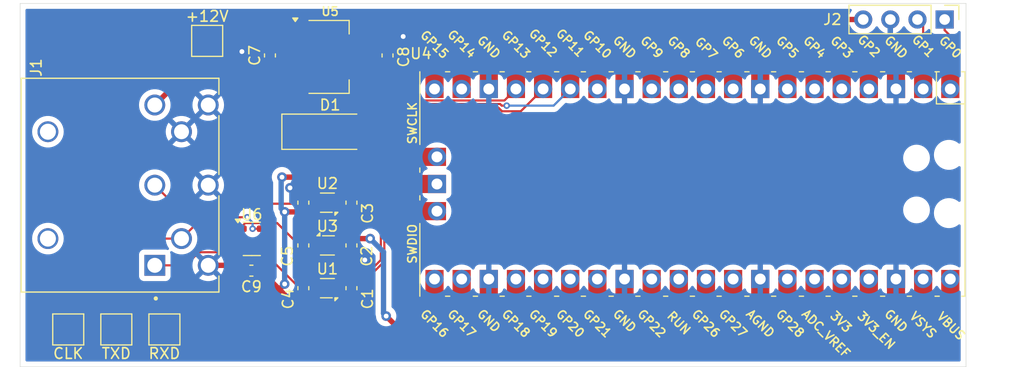
<source format=kicad_pcb>
(kicad_pcb (version 20240108) (generator "pcbnew") (generator_version "8.0")
  (layers (0 "F.Cu" signal) (31 "B.Cu" signal) (34 "B.Paste" user) (35 "F.Paste" user) (36 "B.SilkS" user "B.Silkscreen") (37 "F.SilkS" user "F.Silkscreen") (38 "B.Mask" user) (39 "F.Mask" user) (44 "Edge.Cuts" user))
  (net 0 "")
  (net 1 "GND")
  (net 2 "/RXD")
  (net 3 "/TXD")
  (net 4 "/CLK")
  (net 5 "+12V")
  (net 6 "+5V")
  (net 7 "/UART_RX")
  (net 8 "/UART_TX")
  (net 9 "+3V3")
  (net 10 "/SIN")
  (net 11 "/SCLK")
  (net 12 "/SOUT")
  (net 67 "Net-(U1-B)")
  (net 68 "Net-(U3-A)")
  (footprint "Package_TO_SOT_SMD:SOT-223-3_TabPin2" (layer "F.Cu") (at 146.875 89)
    (property "Reference" "U5" (at 0.125 -4.25 0) (layer "F.SilkS") (effects (font (size 0.8 0.8))))
    (property "Value" "LM1117MP-5.0" (hide yes))
    (pad "1" smd roundrect (at -3.15 -2.3) (size 2 1.5) (layers "F.Cu" "F.Paste" "F.Mask") (net 1 "GND"))
    (pad "2" smd roundrect (at -3.15 0) (size 2 1.5) (layers "F.Cu" "F.Paste" "F.Mask") (net 6 "+5V"))
    (pad "2" smd roundrect (at 3.15 0) (size 2 3.8) (layers "F.Cu" "F.Paste" "F.Mask") (net 6 "+5V"))
    (pad "3" smd roundrect (at -3.15 2.3) (size 2 1.5) (layers "F.Cu" "F.Paste" "F.Mask") (net 5 "+12V"))
  )
  (footprint "Capacitor_SMD:C_0603_1608Metric_Pad1.08x0.95mm_HandSolder" (layer "F.Cu") (at 149 102.6375 90)
    (property "Reference" "C3" (at -1 1.5 -90) (layer "F.SilkS"))
    (property "Value" "0.1uf" (hide yes))
    (pad "1" smd roundrect (at -0.8625 0 90) (size 1.075 0.95) (layers "F.Cu" "F.Paste" "F.Mask") (net 9 "+3V3"))
    (pad "2" smd roundrect (at 0.8625 0 90) (size 1.075 0.95) (layers "F.Cu" "F.Paste" "F.Mask") (net 1 "GND"))
  )
  (footprint "Capacitor_SMD:C_0603_1608Metric_Pad1.08x0.95mm_HandSolder" (layer "F.Cu") (at 149 106.6375 -90)
    (property "Reference" "C2" (at 1 -1.43 90) (layer "F.SilkS"))
    (property "Value" "0.1uf" (hide yes))
    (pad "1" smd roundrect (at -0.8625 0 270) (size 1.075 0.95) (layers "F.Cu" "F.Paste" "F.Mask") (net 9 "+3V3"))
    (pad "2" smd roundrect (at 0.8625 0 270) (size 1.075 0.95) (layers "F.Cu" "F.Paste" "F.Mask") (net 1 "GND"))
  )
  (footprint "Package_TO_SOT_SMD:SOT-563" (layer "F.Cu") (at 146.75 106.6375)
    (property "Reference" "U3" (at 0 -1.8 0) (layer "F.SilkS"))
    (property "Value" "SN74LVC1T45DRL" (hide yes))
    (pad "1" smd roundrect (at -0.75 -0.5) (size 0.7 0.34) (layers "F.Cu" "F.Paste" "F.Mask") (net 6 "+5V"))
    (pad "2" smd roundrect (at -0.75 0) (size 0.7 0.34) (layers "F.Cu" "F.Paste" "F.Mask") (net 1 "GND"))
    (pad "3" smd roundrect (at -0.75 0.5) (size 0.7 0.34) (layers "F.Cu" "F.Paste" "F.Mask") (net 68 "Net-(U3-A)"))
    (pad "4" smd roundrect (at 0.75 0.5) (size 0.7 0.34) (layers "F.Cu" "F.Paste" "F.Mask") (net 12 "/SOUT"))
    (pad "5" smd roundrect (at 0.75 0) (size 0.7 0.34) (layers "F.Cu" "F.Paste" "F.Mask") (net 1 "GND"))
    (pad "6" smd roundrect (at 0.75 -0.5) (size 0.7 0.34) (layers "F.Cu" "F.Paste" "F.Mask") (net 9 "+3V3"))
  )
  (footprint "TestPoint:TestPoint_Pad_2.5x2.5mm" (layer "F.Cu") (at 135.5 87.5)
    (property "Reference" "TP1" (hide yes))
    (property "Value" "+12V" (at 0 -2.3 0) (layer "F.SilkS"))
    (pad "1" smd rect (at 0 0) (size 2.5 2.5) (layers "F.Cu" "F.Mask") (net 5 "+12V"))
  )
  (footprint "Capacitor_SMD:C_0603_1608Metric_Pad1.08x0.95mm_HandSolder" (layer "F.Cu") (at 144.5 102.6375 90)
    (property "Reference" "C6" (hide yes))
    (property "Value" "0.1uf" (hide yes))
    (pad "1" smd roundrect (at -0.8625 0 90) (size 1.075 0.95) (layers "F.Cu" "F.Paste" "F.Mask") (net 6 "+5V"))
    (pad "2" smd roundrect (at 0.8625 0 90) (size 1.075 0.95) (layers "F.Cu" "F.Paste" "F.Mask") (net 1 "GND"))
  )
  (footprint "TestPoint:TestPoint_Pad_2.5x2.5mm" (layer "F.Cu") (at 127 114.5)
    (property "Reference" "TP4" (hide yes))
    (property "Value" "TXD" (at 0 2.25 0) (layer "F.SilkS"))
    (pad "1" smd rect (at 0 0) (size 2.5 2.5) (layers "F.Cu" "F.Mask") (net 3 "/TXD"))
  )
  (footprint "Capacitor_SMD:C_0603_1608Metric_Pad1.08x0.95mm_HandSolder" (layer "F.Cu") (at 152.375 88.8625 90)
    (property "Reference" "C8" (at -0.1375 1.5 -90) (layer "F.SilkS"))
    (property "Value" "2.2uf" (hide yes))
    (pad "1" smd roundrect (at -0.8625 0 90) (size 1.075 0.95) (layers "F.Cu" "F.Paste" "F.Mask") (net 6 "+5V"))
    (pad "2" smd roundrect (at 0.8625 0 90) (size 1.075 0.95) (layers "F.Cu" "F.Paste" "F.Mask") (net 1 "GND"))
  )
  (footprint "Capacitor_SMD:C_0603_1608Metric_Pad1.08x0.95mm_HandSolder" (layer "F.Cu") (at 144.5 106.6375 -90)
    (property "Reference" "C5" (at 1 1.5 90) (layer "F.SilkS"))
    (property "Value" "0.1uf" (hide yes))
    (pad "1" smd roundrect (at -0.8625 0 270) (size 1.075 0.95) (layers "F.Cu" "F.Paste" "F.Mask") (net 6 "+5V"))
    (pad "2" smd roundrect (at 0.8625 0 270) (size 1.075 0.95) (layers "F.Cu" "F.Paste" "F.Mask") (net 1 "GND"))
  )
  (footprint "Capacitor_SMD:C_0603_1608Metric_Pad1.08x0.95mm_HandSolder" (layer "F.Cu") (at 144.5 110.6375 90)
    (property "Reference" "C4" (at -1 -1.43 -90) (layer "F.SilkS"))
    (property "Value" "0.1uf" (hide yes))
    (pad "1" smd roundrect (at -0.8625 0 90) (size 1.075 0.95) (layers "F.Cu" "F.Paste" "F.Mask") (net 6 "+5V"))
    (pad "2" smd roundrect (at 0.8625 0 90) (size 1.075 0.95) (layers "F.Cu" "F.Paste" "F.Mask") (net 1 "GND"))
  )
  (footprint "TestPoint:TestPoint_Pad_2.5x2.5mm" (layer "F.Cu") (at 131.5 114.5)
    (property "Reference" "TP3" (hide yes))
    (property "Value" "RXD" (at 0 2.25 0) (layer "F.SilkS"))
    (pad "1" smd rect (at 0 0) (size 2.5 2.5) (layers "F.Cu" "F.Mask") (net 2 "/RXD"))
  )
  (footprint "Package_TO_SOT_SMD:SOT-563" (layer "F.Cu") (at 146.75 110.6375 180)
    (property "Reference" "U1" (at 0 1.8 180) (layer "F.SilkS"))
    (property "Value" "SN74LVC1T45DRL" (hide yes))
    (pad "1" smd roundrect (at -0.75 -0.5 180) (size 0.7 0.34) (layers "F.Cu" "F.Paste" "F.Mask") (net 9 "+3V3"))
    (pad "2" smd roundrect (at -0.75 0 180) (size 0.7 0.34) (layers "F.Cu" "F.Paste" "F.Mask") (net 1 "GND"))
    (pad "3" smd roundrect (at -0.75 0.5 180) (size 0.7 0.34) (layers "F.Cu" "F.Paste" "F.Mask") (net 10 "/SIN"))
    (pad "4" smd roundrect (at 0.75 0.5 180) (size 0.7 0.34) (layers "F.Cu" "F.Paste" "F.Mask") (net 67 "Net-(U1-B)"))
    (pad "5" smd roundrect (at 0.75 0 180) (size 0.7 0.34) (layers "F.Cu" "F.Paste" "F.Mask") (net 1 "GND"))
    (pad "6" smd roundrect (at 0.75 -0.5 180) (size 0.7 0.34) (layers "F.Cu" "F.Paste" "F.Mask") (net 6 "+5V"))
  )
  (footprint "MCU_RaspberryPi_and_Boards:8DIN262" (layer "F.Cu") (at 125.6 101 -90)
    (property "Reference" "J1" (at -11 6.1 90) (layer "F.SilkS"))
    (property "Value" "DIN-8")
    (pad "1" thru_hole rect (at 7.5 -5 270) (size 1.95 1.95) (drill 1.4) (layers "*.Cu" "*.Mask") (net 2 "/RXD"))
    (pad "2" thru_hole circle (at 0 -5 270) (size 1.95 1.95) (drill 1.4) (layers "*.Cu" "*.Mask") (net 4 "/CLK"))
    (pad "3" thru_hole circle (at -7.5 -5 270) (size 1.95 1.95) (drill 1.4) (layers "*.Cu" "*.Mask") (net 5 "+12V"))
    (pad "4" thru_hole circle (at 5 -7.5 270) (size 1.95 1.95) (drill 1.4) (layers "*.Cu" "*.Mask") (net 3 "/TXD"))
    (pad "5" thru_hole circle (at -5 -7.5 270) (size 1.95 1.95) (drill 1.4) (layers "*.Cu" "*.Mask") (net 1 "GND"))
    (pad "6" thru_hole circle (at 0 -10 270) (size 1.95 1.95) (drill 1.4) (layers "*.Cu" "*.Mask") (net 1 "GND"))
    (pad "7" thru_hole circle (at 7.5 -10 270) (size 1.95 1.95) (drill 1.4) (layers "*.Cu" "*.Mask") (net 1 "GND"))
    (pad "8" thru_hole circle (at -7.5 -10 270) (size 1.95 1.95) (drill 1.4) (layers "*.Cu" "*.Mask") (net 1 "GND"))
    (pad "E1" thru_hole circle (at -5 5 270) (size 1.95 1.95) (drill 1.5) (layers "*.Cu" "*.Mask"))
    (pad "E2" thru_hole circle (at 5 5 270) (size 1.95 1.95) (drill 1.5) (layers "*.Cu" "*.Mask"))
  )
  (footprint "Capacitor_SMD:C_0603_1608Metric_Pad1.08x0.95mm_HandSolder" (layer "F.Cu") (at 139.6375 109 180)
    (property "Reference" "C9" (at 0 -1.5 180) (layer "F.SilkS"))
    (property "Value" "0.1uf" (hide yes))
    (pad "1" smd roundrect (at -0.8625 0 180) (size 1.075 0.95) (layers "F.Cu" "F.Paste" "F.Mask") (net 6 "+5V"))
    (pad "2" smd roundrect (at 0.8625 0 180) (size 1.075 0.95) (layers "F.Cu" "F.Paste" "F.Mask") (net 1 "GND"))
  )
  (footprint "Diode_SMD:D_SMA_Handsoldering" (layer "F.Cu") (at 147 96)
    (property "Reference" "D1" (at 0 -2.5 0) (layer "F.SilkS"))
    (property "Value" "D_Schottky_Small" (hide yes))
    (pad "1" smd roundrect (at -2.5 0) (size 3.5 1.8) (layers "F.Cu" "F.Paste" "F.Mask") (roundrect_rratio 0.1388888889) (net 5 "+12V"))
    (pad "2" smd roundrect (at 2.5 0) (size 3.5 1.8) (layers "F.Cu" "F.Paste" "F.Mask") (roundrect_rratio 0.1388888889) (net 6 "+5V"))
  )
  (footprint "MCU_RaspberryPi_and_Boards:RPi_Pico_SMD_TH" (layer "F.Cu") (at 180.9 100.89 -90)
    (property "Reference" "U4" (at -12.2 25.4 180) (layer "F.SilkS"))
    (property "Value" "Pico" (hide yes))
    (fp_text user "GP5" (at -12.8 -8.89 135) (layer "F.SilkS") (effects (font (size 0.8 0.8))))
    (fp_text user "GP0" (at -12.8 -24.13 135) (layer "F.SilkS") (effects (font (size 0.8 0.8))))
    (fp_text user "GP2" (at -12.9 -16.51 135) (layer "F.SilkS") (effects (font (size 0.8 0.8))))
    (fp_text user "SWDIO" (at 5.6 26.2 90) (layer "F.SilkS") (effects (font (size 0.8 0.8))))
    (fp_text user "GP13" (at -13.054 16.51 135) (layer "F.SilkS") (effects (font (size 0.8 0.8))))
    (fp_text user "GP9" (at -12.8 3.81 135) (layer "F.SilkS") (effects (font (size 0.8 0.8))))
    (fp_text user "GND" (at -12.8 -19.05 135) (layer "F.SilkS") (effects (font (size 0.8 0.8))))
    (fp_text user "GP20" (at 13.054 11.43 135) (layer "F.SilkS") (effects (font (size 0.8 0.8))))
    (fp_text user "GP3" (at -12.8 -13.97 135) (layer "F.SilkS") (effects (font (size 0.8 0.8))))
    (fp_text user "GP12" (at -13.2 13.97 135) (layer "F.SilkS") (effects (font (size 0.8 0.8))))
    (fp_text user "VSYS" (at 13.2 -21.59 135) (layer "F.SilkS") (effects (font (size 0.8 0.8))))
    (fp_text user "3V3_EN" (at 13.7 -17.2 135) (layer "F.SilkS") (effects (font (size 0.8 0.8))))
    (fp_text user "GP26" (at 13.054 -1.27 135) (layer "F.SilkS") (effects (font (size 0.8 0.8))))
    (fp_text user "GP16" (at 13.054 24.13 135) (layer "F.SilkS") (effects (font (size 0.8 0.8))))
    (fp_text user "SWCLK" (at -5.7 26.2 90) (layer "F.SilkS") (effects (font (size 0.8 0.8))))
    (fp_text user "GND" (at -12.8 19.05 135) (layer "F.SilkS") (effects (font (size 0.8 0.8))))
    (fp_text user "GP10" (at -13.054 8.89 135) (layer "F.SilkS") (effects (font (size 0.8 0.8))))
    (fp_text user "GP18" (at 13.054 16.51 135) (layer "F.SilkS") (effects (font (size 0.8 0.8))))
    (fp_text user "GP17" (at 13.054 21.59 135) (layer "F.SilkS") (effects (font (size 0.8 0.8))))
    (fp_text user "GP15" (at -13.054 24.13 135) (layer "F.SilkS") (effects (font (size 0.8 0.8))))
    (fp_text user "GND" (at 12.8 19.05 135) (layer "F.SilkS") (effects (font (size 0.8 0.8))))
    (fp_text user "GP8" (at -12.8 1.27 135) (layer "F.SilkS") (effects (font (size 0.8 0.8))))
    (fp_text user "GP4" (at -12.8 -11.43 135) (layer "F.SilkS") (effects (font (size 0.8 0.8))))
    (fp_text user "GP27" (at 13.054 -3.8 135) (layer "F.SilkS") (effects (font (size 0.8 0.8))))
    (fp_text user "GND" (at 12.8 6.35 135) (layer "F.SilkS") (effects (font (size 0.8 0.8))))
    (fp_text user "GP11" (at -13.2 11.43 135) (layer "F.SilkS") (effects (font (size 0.8 0.8))))
    (fp_text user "GP28" (at 13.054 -9.144 135) (layer "F.SilkS") (effects (font (size 0.8 0.8))))
    (fp_text user "GP14" (at -13.1 21.59 135) (layer "F.SilkS") (effects (font (size 0.8 0.8))))
    (fp_text user "VBUS" (at 13.3 -24.2 135) (layer "F.SilkS") (effects (font (size 0.8 0.8))))
    (fp_text user "RUN" (at 13 1.27 135) (layer "F.SilkS") (effects (font (size 0.8 0.8))))
    (fp_text user "AGND" (at 13.054 -6.35 135) (layer "F.SilkS") (effects (font (size 0.8 0.8))))
    (fp_text user "GND" (at -12.8 6.35 135) (layer "F.SilkS") (effects (font (size 0.8 0.8))))
    (fp_text user "GP22" (at 13.054 3.81 135) (layer "F.SilkS") (effects (font (size 0.8 0.8))))
    (fp_text user "GP6" (at -12.8 -3.81 135) (layer "F.SilkS") (effects (font (size 0.8 0.8))))
    (fp_text user "GND" (at 12.8 -19.05 135) (layer "F.SilkS") (effects (font (size 0.8 0.8))))
    (fp_text user "3V3" (at 12.9 -13.9 135) (layer "F.SilkS") (effects (font (size 0.8 0.8))))
    (fp_text user "GP1" (at -12.9 -21.6 135) (layer "F.SilkS") (effects (font (size 0.8 0.8))))
    (fp_text user "GP21" (at 13.054 8.9 135) (layer "F.SilkS") (effects (font (size 0.8 0.8))))
    (fp_text user "GP7" (at -12.7 -1.3 135) (layer "F.SilkS") (effects (font (size 0.8 0.8))))
    (fp_text user "GND" (at -12.8 -6.35 135) (layer "F.SilkS") (effects (font (size 0.8 0.8))))
    (fp_text user "ADC_VREF" (at 14 -12.5 135) (layer "F.SilkS") (effects (font (size 0.8 0.8))))
    (fp_text user "GP19" (at 13.054 13.97 135) (layer "F.SilkS") (effects (font (size 0.8 0.8))))
    (pad "" np_thru_hole oval (at -2.725 -24 270) (size 1.8 1.8) (drill 1.8) (layers "*.Cu" "*.Mask"))
    (pad "" np_thru_hole oval (at -2.425 -20.97 270) (size 1.5 1.5) (drill 1.5) (layers "*.Cu" "*.Mask"))
    (pad "" np_thru_hole oval (at 2.425 -20.97 270) (size 1.5 1.5) (drill 1.5) (layers "*.Cu" "*.Mask"))
    (pad "" np_thru_hole oval (at 2.725 -24 270) (size 1.8 1.8) (drill 1.8) (layers "*.Cu" "*.Mask"))
    (pad "1" thru_hole oval (at -8.89 -24.13 270) (size 1.7 1.7) (drill 1.02) (layers "*.Cu" "*.Mask") (net 8 "/UART_TX"))
    (pad "1" smd rect (at -8.89 -24.13 270) (size 3.5 1.7) (drill (offset -0.9 0)) (layers "F.Cu" "F.Mask") (net 8 "/UART_TX"))
    (pad "2" thru_hole oval (at -8.89 -21.59 270) (size 1.7 1.7) (drill 1.02) (layers "*.Cu" "*.Mask") (net 7 "/UART_RX"))
    (pad "2" smd rect (at -8.89 -21.59 270) (size 3.5 1.7) (drill (offset -0.9 0)) (layers "F.Cu" "F.Mask") (net 7 "/UART_RX"))
    (pad "3" thru_hole rect (at -8.89 -19.05 270) (size 1.7 1.7) (drill 1.02) (layers "*.Cu" "*.Mask") (net 1 "GND"))
    (pad "3" smd rect (at -8.89 -19.05 270) (size 3.5 1.7) (drill (offset -0.9 0)) (layers "F.Cu" "F.Mask") (net 1 "GND"))
    (pad "4" thru_hole oval (at -8.89 -16.51 270) (size 1.7 1.7) (drill 1.02) (layers "*.Cu" "*.Mask"))
    (pad "4" smd rect (at -8.89 -16.51 270) (size 3.5 1.7) (drill (offset -0.9 0)) (layers "F.Cu" "F.Mask"))
    (pad "5" thru_hole oval (at -8.89 -13.97 270) (size 1.7 1.7) (drill 1.02) (layers "*.Cu" "*.Mask"))
    (pad "5" smd rect (at -8.89 -13.97 270) (size 3.5 1.7) (drill (offset -0.9 0)) (layers "F.Cu" "F.Mask"))
    (pad "6" thru_hole oval (at -8.89 -11.43 270) (size 1.7 1.7) (drill 1.02) (layers "*.Cu" "*.Mask"))
    (pad "6" smd rect (at -8.89 -11.43 270) (size 3.5 1.7) (drill (offset -0.9 0)) (layers "F.Cu" "F.Mask"))
    (pad "7" thru_hole oval (at -8.89 -8.89 270) (size 1.7 1.7) (drill 1.02) (layers "*.Cu" "*.Mask"))
    (pad "7" smd rect (at -8.89 -8.89 270) (size 3.5 1.7) (drill (offset -0.9 0)) (layers "F.Cu" "F.Mask"))
    (pad "8" thru_hole rect (at -8.89 -6.35 270) (size 1.7 1.7) (drill 1.02) (layers "*.Cu" "*.Mask") (net 1 "GND"))
    (pad "8" smd rect (at -8.89 -6.35 270) (size 3.5 1.7) (drill (offset -0.9 0)) (layers "F.Cu" "F.Mask") (net 1 "GND"))
    (pad "9" thru_hole oval (at -8.89 -3.81 270) (size 1.7 1.7) (drill 1.02) (layers "*.Cu" "*.Mask"))
    (pad "9" smd rect (at -8.89 -3.81 270) (size 3.5 1.7) (drill (offset -0.9 0)) (layers "F.Cu" "F.Mask"))
    (pad "10" thru_hole oval (at -8.89 -1.27 270) (size 1.7 1.7) (drill 1.02) (layers "*.Cu" "*.Mask"))
    (pad "10" smd rect (at -8.89 -1.27 270) (size 3.5 1.7) (drill (offset -0.9 0)) (layers "F.Cu" "F.Mask"))
    (pad "11" thru_hole oval (at -8.89 1.27 270) (size 1.7 1.7) (drill 1.02) (layers "*.Cu" "*.Mask"))
    (pad "11" smd rect (at -8.89 1.27 270) (size 3.5 1.7) (drill (offset -0.9 0)) (layers "F.Cu" "F.Mask"))
    (pad "12" thru_hole oval (at -8.89 3.81 270) (size 1.7 1.7) (drill 1.02) (layers "*.Cu" "*.Mask"))
    (pad "12" smd rect (at -8.89 3.81 270) (size 3.5 1.7) (drill (offset -0.9 0)) (layers "F.Cu" "F.Mask"))
    (pad "13" thru_hole rect (at -8.89 6.35 270) (size 1.7 1.7) (drill 1.02) (layers "*.Cu" "*.Mask") (net 1 "GND"))
    (pad "13" smd rect (at -8.89 6.35 270) (size 3.5 1.7) (drill (offset -0.9 0)) (layers "F.Cu" "F.Mask") (net 1 "GND"))
    (pad "14" thru_hole oval (at -8.89 8.89 270) (size 1.7 1.7) (drill 1.02) (layers "*.Cu" "*.Mask"))
    (pad "14" smd rect (at -8.89 8.89 270) (size 3.5 1.7) (drill (offset -0.9 0)) (layers "F.Cu" "F.Mask"))
    (pad "15" thru_hole oval (at -8.89 11.43 270) (size 1.7 1.7) (drill 1.02) (layers "*.Cu" "*.Mask") (net 12 "/SOUT"))
    (pad "15" smd rect (at -8.89 11.43 270) (size 3.5 1.7) (drill (offset -0.9 0)) (layers "F.Cu" "F.Mask") (net 12 "/SOUT"))
    (pad "16" thru_hole oval (at -8.89 13.97 270) (size 1.7 1.7) (drill 1.02) (layers "*.Cu" "*.Mask") (net 10 "/SIN"))
    (pad "16" smd rect (at -8.89 13.97 270) (size 3.5 1.7) (drill (offset -0.9 0)) (layers "F.Cu" "F.Mask") (net 10 "/SIN"))
    (pad "17" thru_hole oval (at -8.89 16.51 270) (size 1.7 1.7) (drill 1.02) (layers "*.Cu" "*.Mask") (net 11 "/SCLK"))
    (pad "17" smd rect (at -8.89 16.51 270) (size 3.5 1.7) (drill (offset -0.9 0)) (layers "F.Cu" "F.Mask") (net 11 "/SCLK"))
    (pad "18" thru_hole rect (at -8.89 19.05 270) (size 1.7 1.7) (drill 1.02) (layers "*.Cu" "*.Mask") (net 1 "GND"))
    (pad "18" smd rect (at -8.89 19.05 270) (size 3.5 1.7) (drill (offset -0.9 0)) (layers "F.Cu" "F.Mask") (net 1 "GND"))
    (pad "19" thru_hole oval (at -8.89 21.59 270) (size 1.7 1.7) (drill 1.02) (layers "*.Cu" "*.Mask"))
    (pad "19" smd rect (at -8.89 21.59 270) (size 3.5 1.7) (drill (offset -0.9 0)) (layers "F.Cu" "F.Mask"))
    (pad "20" thru_hole oval (at -8.89 24.13 270) (size 1.7 1.7) (drill 1.02) (layers "*.Cu" "*.Mask"))
    (pad "20" smd rect (at -8.89 24.13 270) (size 3.5 1.7) (drill (offset -0.9 0)) (layers "F.Cu" "F.Mask"))
    (pad "21" thru_hole oval (at 8.89 24.13 270) (size 1.7 1.7) (drill 1.02) (layers "*.Cu" "*.Mask"))
    (pad "21" smd rect (at 8.89 24.13 270) (size 3.5 1.7) (drill (offset 0.9 0)) (layers "F.Cu" "F.Mask"))
    (pad "22" thru_hole oval (at 8.89 21.59 270) (size 1.7 1.7) (drill 1.02) (layers "*.Cu" "*.Mask"))
    (pad "22" smd rect (at 8.89 21.59 270) (size 3.5 1.7) (drill (offset 0.9 0)) (layers "F.Cu" "F.Mask"))
    (pad "23" thru_hole rect (at 8.89 19.05 270) (size 1.7 1.7) (drill 1.02) (layers "*.Cu" "*.Mask") (net 1 "GND"))
    (pad "23" smd rect (at 8.89 19.05 270) (size 3.5 1.7) (drill (offset 0.9 0)) (layers "F.Cu" "F.Mask") (net 1 "GND"))
    (pad "24" thru_hole oval (at 8.89 16.51 270) (size 1.7 1.7) (drill 1.02) (layers "*.Cu" "*.Mask"))
    (pad "24" smd rect (at 8.89 16.51 270) (size 3.5 1.7) (drill (offset 0.9 0)) (layers "F.Cu" "F.Mask"))
    (pad "25" thru_hole oval (at 8.89 13.97 270) (size 1.7 1.7) (drill 1.02) (layers "*.Cu" "*.Mask"))
    (pad "25" smd rect (at 8.89 13.97 270) (size 3.5 1.7) (drill (offset 0.9 0)) (layers "F.Cu" "F.Mask"))
    (pad "26" thru_hole oval (at 8.89 11.43 270) (size 1.7 1.7) (drill 1.02) (layers "*.Cu" "*.Mask"))
    (pad "26" smd rect (at 8.89 11.43 270) (size 3.5 1.7) (drill (offset 0.9 0)) (layers "F.Cu" "F.Mask"))
    (pad "27" thru_hole oval (at 8.89 8.89 270) (size 1.7 1.7) (drill 1.02) (layers "*.Cu" "*.Mask"))
    (pad "27" smd rect (at 8.89 8.89 270) (size 3.5 1.7) (drill (offset 0.9 0)) (layers "F.Cu" "F.Mask"))
    (pad "28" thru_hole rect (at 8.89 6.35 270) (size 1.7 1.7) (drill 1.02) (layers "*.Cu" "*.Mask") (net 1 "GND"))
    (pad "28" smd rect (at 8.89 6.35 270) (size 3.5 1.7) (drill (offset 0.9 0)) (layers "F.Cu" "F.Mask") (net 1 "GND"))
    (pad "29" thru_hole oval (at 8.89 3.81 270) (size 1.7 1.7) (drill 1.02) (layers "*.Cu" "*.Mask"))
    (pad "29" smd rect (at 8.89 3.81 270) (size 3.5 1.7) (drill (offset 0.9 0)) (layers "F.Cu" "F.Mask"))
    (pad "30" thru_hole oval (at 8.89 1.27 270) (size 1.7 1.7) (drill 1.02) (layers "*.Cu" "*.Mask"))
    (pad "30" smd rect (at 8.89 1.27 270) (size 3.5 1.7) (drill (offset 0.9 0)) (layers "F.Cu" "F.Mask"))
    (pad "31" thru_hole oval (at 8.89 -1.27 270) (size 1.7 1.7) (drill 1.02) (layers "*.Cu" "*.Mask"))
    (pad "31" smd rect (at 8.89 -1.27 270) (size 3.5 1.7) (drill (offset 0.9 0)) (layers "F.Cu" "F.Mask"))
    (pad "32" thru_hole oval (at 8.89 -3.81 270) (size 1.7 1.7) (drill 1.02) (layers "*.Cu" "*.Mask"))
    (pad "32" smd rect (at 8.89 -3.81 270) (size 3.5 1.7) (drill (offset 0.9 0)) (layers "F.Cu" "F.Mask"))
    (pad "33" thru_hole rect (at 8.89 -6.35 270) (size 1.7 1.7) (drill 1.02) (layers "*.Cu" "*.Mask") (net 1 "GND"))
    (pad "33" smd rect (at 8.89 -6.35 270) (size 3.5 1.7) (drill (offset 0.9 0)) (layers "F.Cu" "F.Mask") (net 1 "GND"))
    (pad "34" thru_hole oval (at 8.89 -8.89 270) (size 1.7 1.7) (drill 1.02) (layers "*.Cu" "*.Mask"))
    (pad "34" smd rect (at 8.89 -8.89 270) (size 3.5 1.7) (drill (offset 0.9 0)) (layers "F.Cu" "F.Mask"))
    (pad "35" thru_hole oval (at 8.89 -11.43 270) (size 1.7 1.7) (drill 1.02) (layers "*.Cu" "*.Mask"))
    (pad "35" smd rect (at 8.89 -11.43 270) (size 3.5 1.7) (drill (offset 0.9 0)) (layers "F.Cu" "F.Mask"))
    (pad "36" thru_hole oval (at 8.89 -13.97 270) (size 1.7 1.7) (drill 1.02) (layers "*.Cu" "*.Mask") (net 9 "+3V3"))
    (pad "36" smd rect (at 8.89 -13.97 270) (size 3.5 1.7) (drill (offset 0.9 0)) (layers "F.Cu" "F.Mask") (net 9 "+3V3"))
    (pad "37" thru_hole oval (at 8.89 -16.51 270) (size 1.7 1.7) (drill 1.02) (layers "*.Cu" "*.Mask"))
    (pad "37" smd rect (at 8.89 -16.51 270) (size 3.5 1.7) (drill (offset 0.9 0)) (layers "F.Cu" "F.Mask"))
    (pad "38" thru_hole rect (at 8.89 -19.05 270) (size 1.7 1.7) (drill 1.02) (layers "*.Cu" "*.Mask") (net 1 "GND"))
    (pad "38" smd rect (at 8.89 -19.05 270) (size 3.5 1.7) (drill (offset 0.9 0)) (layers "F.Cu" "F.Mask") (net 1 "GND"))
    (pad "39" thru_hole oval (at 8.89 -21.59 270) (size 1.7 1.7) (drill 1.02) (layers "*.Cu" "*.Mask"))
    (pad "39" smd rect (at 8.89 -21.59 270) (size 3.5 1.7) (drill (offset 0.9 0)) (layers "F.Cu" "F.Mask"))
    (pad "40" thru_hole oval (at 8.89 -24.13 270) (size 1.7 1.7) (drill 1.02) (layers "*.Cu" "*.Mask") (net 6 "+5V"))
    (pad "40" smd rect (at 8.89 -24.13 270) (size 3.5 1.7) (drill (offset 0.9 0)) (layers "F.Cu" "F.Mask") (net 6 "+5V"))
    (pad "41" thru_hole oval (at -2.54 23.9 270) (size 1.7 1.7) (drill 1.02) (layers "*.Cu" "*.Mask"))
    (pad "41" smd rect (at -2.54 23.9) (size 3.5 1.7) (drill (offset -0.9 0)) (layers "F.Cu" "F.Mask"))
    (pad "42" thru_hole rect (at 0 23.9 270) (size 1.7 1.7) (drill 1.02) (layers "*.Cu" "*.Mask"))
    (pad "42" smd rect (at 0 23.9) (size 3.5 1.7) (drill (offset -0.9 0)) (layers "F.Cu" "F.Mask"))
    (pad "43" thru_hole oval (at 2.54 23.9 270) (size 1.7 1.7) (drill 1.02) (layers "*.Cu" "*.Mask"))
    (pad "43" smd rect (at 2.54 23.9) (size 3.5 1.7) (drill (offset -0.9 0)) (layers "F.Cu" "F.Mask"))
  )
  (footprint "Capacitor_SMD:C_0603_1608Metric_Pad1.08x0.95mm_HandSolder" (layer "F.Cu") (at 141.375 88.8625 90)
    (property "Reference" "C7" (at 0 -1.43 -90) (layer "F.SilkS"))
    (property "Value" "1uf" (hide yes))
    (pad "1" smd roundrect (at -0.8625 0 90) (size 1.075 0.95) (layers "F.Cu" "F.Paste" "F.Mask") (net 5 "+12V"))
    (pad "2" smd roundrect (at 0.8625 0 90) (size 1.075 0.95) (layers "F.Cu" "F.Paste" "F.Mask") (net 1 "GND"))
  )
  (footprint "TestPoint:TestPoint_Pad_2.5x2.5mm" (layer "F.Cu") (at 122.5 114.5)
    (property "Reference" "TP2" (hide yes))
    (property "Value" "CLK" (at 0 2.25 0) (layer "F.SilkS"))
    (pad "1" smd rect (at 0 0) (size 2.5 2.5) (layers "F.Cu" "F.Mask") (net 4 "/CLK"))
  )
  (footprint "Package_TO_SOT_SMD:SOT-23-6" (layer "F.Cu") (at 139.675 106.025)
    (property "Reference" "U6" (at 0 -2.275 0) (layer "F.SilkS"))
    (property "Value" "74LVC2G04" (hide yes))
    (pad "1" smd roundrect (at -1.1375 -0.95) (size 1.325 0.6) (layers "F.Cu" "F.Paste" "F.Mask") (net 68 "Net-(U3-A)"))
    (pad "2" smd roundrect (at -1.1375 0) (size 1.325 0.6) (layers "F.Cu" "F.Paste" "F.Mask") (net 1 "GND"))
    (pad "3" smd roundrect (at -1.1375 0.95) (size 1.325 0.6) (layers "F.Cu" "F.Paste" "F.Mask") (net 2 "/RXD"))
    (pad "4" smd roundrect (at 1.1375 0.95) (size 1.325 0.6) (layers "F.Cu" "F.Paste" "F.Mask") (net 67 "Net-(U1-B)"))
    (pad "5" smd roundrect (at 1.1375 0) (size 1.325 0.6) (layers "F.Cu" "F.Paste" "F.Mask") (net 6 "+5V"))
    (pad "6" smd roundrect (at 1.1375 -0.95) (size 1.325 0.6) (layers "F.Cu" "F.Paste" "F.Mask") (net 3 "/TXD"))
  )
  (footprint "Capacitor_SMD:C_0603_1608Metric_Pad1.08x0.95mm_HandSolder" (layer "F.Cu") (at 149 110.6375 90)
    (property "Reference" "C1" (at -1 1.5 -90) (layer "F.SilkS"))
    (property "Value" "0.1uf" (hide yes))
    (pad "1" smd roundrect (at -0.8625 0 90) (size 1.075 0.95) (layers "F.Cu" "F.Paste" "F.Mask") (net 9 "+3V3"))
    (pad "2" smd roundrect (at 0.8625 0 90) (size 1.075 0.95) (layers "F.Cu" "F.Paste" "F.Mask") (net 1 "GND"))
  )
  (footprint "Package_TO_SOT_SMD:SOT-563" (layer "F.Cu") (at 146.75 102.6375 180)
    (property "Reference" "U2" (at 0 1.8 180) (layer "F.SilkS"))
    (property "Value" "SN74LVC1T45DRL" (hide yes))
    (pad "1" smd roundrect (at -0.75 -0.5 180) (size 0.7 0.34) (layers "F.Cu" "F.Paste" "F.Mask") (net 9 "+3V3"))
    (pad "2" smd roundrect (at -0.75 0 180) (size 0.7 0.34) (layers "F.Cu" "F.Paste" "F.Mask") (net 1 "GND"))
    (pad "3" smd roundrect (at -0.75 0.5 180) (size 0.7 0.34) (layers "F.Cu" "F.Paste" "F.Mask") (net 11 "/SCLK"))
    (pad "4" smd roundrect (at 0.75 0.5 180) (size 0.7 0.34) (layers "F.Cu" "F.Paste" "F.Mask") (net 4 "/CLK"))
    (pad "5" smd roundrect (at 0.75 0 180) (size 0.7 0.34) (layers "F.Cu" "F.Paste" "F.Mask") (net 1 "GND"))
    (pad "6" smd roundrect (at 0.75 -0.5 180) (size 0.7 0.34) (layers "F.Cu" "F.Paste" "F.Mask") (net 6 "+5V"))
  )
  (footprint "Connector_PinHeader_2.54mm:PinHeader_1x04_P2.54mm_Vertical" (layer "F.Cu") (at 204.5 85.5 -90)
    (property "Reference" "J2" (at 0 10.5 0) (layer "F.SilkS"))
    (property "Value" "Conn_01x04" (hide yes))
    (pad "1" thru_hole rect (at 0 0 270) (size 1.7 1.7) (drill 1) (layers "*.Cu" "*.Mask") (net 8 "/UART_TX"))
    (pad "2" thru_hole oval (at 0 2.54 270) (size 1.7 1.7) (drill 1) (layers "*.Cu" "*.Mask") (net 7 "/UART_RX"))
    (pad "3" thru_hole oval (at 0 5.08 270) (size 1.7 1.7) (drill 1) (layers "*.Cu" "*.Mask") (net 1 "GND"))
    (pad "4" thru_hole oval (at 0 7.62 270) (size 1.7 1.7) (drill 1) (layers "*.Cu" "*.Mask") (net 6 "+5V"))
  )
  (gr_line (start 206.5 118) (end 118 118) (stroke (width 0.05)) (layer "Edge.Cuts"))
  (gr_line (start 206.5 84) (end 206.5 118) (stroke (width 0.05)) (layer "Edge.Cuts"))
  (gr_line (start 118 118) (end 118 84) (stroke (width 0.05)) (layer "Edge.Cuts"))
  (gr_line (start 118 84) (end 206.5 84) (stroke (width 0.05)) (layer "Edge.Cuts"))
  (segment (start 148.1375 110.6375) (end 149 109.775) (width 0.2) (layer "F.Cu") (net 1))
  (segment (start 147.5 106.6375) (end 148.1375 106.6375) (width 0.2) (layer "F.Cu") (net 1))
  (segment (start 139.199999 106.025) (end 139.5 106.325001) (width 0.2) (layer "F.Cu") (net 1))
  (segment (start 147.0095 101.7405) (end 144.5345 101.7405) (width 0.2) (layer "F.Cu") (net 1))
  (segment (start 149 101.775) (end 148.9655 101.7405) (width 0.2) (layer "F.Cu") (net 1))
  (segment (start 144.5 101.775) (end 143.775 101.775) (width 0.5) (layer "F.Cu") (net 1))
  (segment (start 139.25 88) (end 138.75 88.5) (width 0.5) (layer "F.Cu") (net 1))
  (segment (start 146.75 107.25) (end 146.75 106.6375) (width 0.2) (layer "F.Cu") (net 1))
  (segment (start 146.396588 109.7405) (end 146.75 110.093912) (width 0.2) (layer "F.Cu") (net 1))
  (segment (start 144.5345 109.7405) (end 144.5 109.775) (width 0.2) (layer "F.Cu") (net 1))
  (segment (start 143.775 101.775) (end 143.25 101.25) (width 0.5) (layer "F.Cu") (net 1))
  (segment (start 144.5345 107.5345) (end 146.4655 107.5345) (width 0.2) (layer "F.Cu") (net 1))
  (segment (start 146 102.6375) (end 146.75 102.6375) (width 0.2) (layer "F.Cu") (net 1))
  (segment (start 146.75 102.6375) (end 147.5 102.6375) (width 0.2) (layer "F.Cu") (net 1))
  (segment (start 146.396588 109.7405) (end 144.5345 109.7405) (width 0.2) (layer "F.Cu") (net 1))
  (segment (start 135.6 108.5) (end 138.275 108.5) (width 0.5) (layer "F.Cu") (net 1))
  (segment (start 147.0095 101.7405) (end 146.75 102) (width 0.2) (layer "F.Cu") (net 1))
  (segment (start 141.8 86.7) (end 143.725 86.7) (width 0.5) (layer "F.Cu") (net 1))
  (segment (start 144.5 109.775) (end 144.5 107.5) (width 0.5) (layer "F.Cu") (net 1))
  (segment (start 144.5345 101.7405) (end 144.5 101.775) (width 0.2) (layer "F.Cu") (net 1))
  (segment (start 138.5375 106.025) (end 139.199999 106.025) (width 0.2) (layer "F.Cu") (net 1))
  (segment (start 146.75 102) (end 146.75 102.6375) (width 0.2) (layer "F.Cu") (net 1))
  (segment (start 147.5 110.6375) (end 148.1375 110.6375) (width 0.2) (layer "F.Cu") (net 1))
  (segment (start 141.375 87.125) (end 141.8 86.7) (width 0.5) (layer "F.Cu") (net 1))
  (segment (start 146.75 106.6375) (end 147.5 106.6375) (width 0.2) (layer "F.Cu") (net 1))
  (segment (start 141.375 88) (end 139.25 88) (width 0.5) (layer "F.Cu") (net 1))
  (segment (start 148.9655 101.7405) (end 147.0095 101.7405) (width 0.2) (layer "F.Cu") (net 1))
  (segment (start 141.375 88) (end 141.375 87.125) (width 0.5) (layer "F.Cu") (net 1))
  (segment (start 152.375 88) (end 152.930444 88) (width 0.5) (layer "F.Cu") (net 1))
  (segment (start 144.5 107.5) (end 144.5345 107.5345) (width 0.2) (layer "F.Cu") (net 1))
  (segment (start 146.4655 107.5345) (end 146.75 107.25) (width 0.2) (layer "F.Cu") (net 1))
  (segment (start 148.1375 106.6375) (end 149 107.5) (width 0.2) (layer "F.Cu") (net 1))
  (segment (start 146.75 110.093912) (end 146.75 110.6375) (width 0.2) (layer "F.Cu") (net 1))
  (segment (start 146 106.6375) (end 146.75 106.6375) (width 0.2) (layer "F.Cu") (net 1))
  (segment (start 139.5 106.325001) (end 139.5 108.275) (width 0.2) (layer "F.Cu") (net 1))
  (segment (start 150.25 108) (end 149.5 108) (width 0.5) (layer "F.Cu") (net 1))
  (segment (start 138.275 108.5) (end 138.775 109) (width 0.5) (layer "F.Cu") (net 1))
  (segment (start 152.930444 88) (end 153.840222 87.090222) (width 0.5) (layer "F.Cu") (net 1))
  (segment (start 146.75 110.6375) (end 147.5 110.6375) (width 0.2) (layer "F.Cu") (net 1))
  (segment (start 149.5 108) (end 149 107.5) (width 0.5) (layer "F.Cu") (net 1))
  (segment (start 139.5 108.275) (end 138.775 109) (width 0.2) (layer "F.Cu") (net 1))
  (segment (start 146 110.6375) (end 146.75 110.6375) (width 0.2) (layer "F.Cu") (net 1))
  (via (at 138.75 88.5) (size 0.9) (drill 0.45) (layers "F.Cu" "B.Cu") (net 1))
  (via (at 150.25 108) (size 0.9) (drill 0.45) (layers "F.Cu" "B.Cu") (net 1))
  (via (at 143.25 101.25) (size 0.9) (drill 0.45) (layers "F.Cu" "B.Cu") (net 1))
  (via (at 153.840222 87.090222) (size 0.9) (drill 0.45) (layers "F.Cu" "B.Cu") (net 1))
  (segment (start 199.42 87.92) (end 199.5 88) (width 0.5) (layer "B.Cu") (net 1))
  (segment (start 199.42 85.5) (end 199.42 87.92) (width 0.5) (layer "B.Cu") (net 1))
  (segment (start 138.2375 107.275) (end 134.725 107.275) (width 0.2) (layer "F.Cu") (net 2))
  (segment (start 133.5 108.5) (end 131.5 110.5) (width 0.2) (layer "F.Cu") (net 2))
  (segment (start 133.5 108.5) (end 130.6 108.5) (width 0.2) (layer "F.Cu") (net 2))
  (segment (start 138.5375 106.975) (end 138.2375 107.275) (width 0.2) (layer "F.Cu") (net 2))
  (segment (start 131.5 110.5) (end 131.5 114.5) (width 0.2) (layer "F.Cu") (net 2))
  (segment (start 134.725 107.275) (end 133.5 108.5) (width 0.2) (layer "F.Cu") (net 2))
  (segment (start 135.1 104) (end 133.1 106) (width 0.2) (layer "F.Cu") (net 3))
  (segment (start 129 106) (end 127 108) (width 0.2) (layer "F.Cu") (net 3))
  (segment (start 133.1 106) (end 129 106) (width 0.2) (layer "F.Cu") (net 3))
  (segment (start 127 108) (end 127 114.5) (width 0.2) (layer "F.Cu") (net 3))
  (segment (start 140.8125 105.075) (end 139.75 105.075) (width 0.2) (layer "F.Cu") (net 3))
  (segment (start 139.25 104) (end 135.1 104) (width 0.2) (layer "F.Cu") (net 3))
  (via (at 139.25 104) (size 0.6) (drill 0.3) (layers "F.Cu" "B.Cu") (net 3))
  (via (at 139.75 105.075) (size 0.6) (drill 0.3) (layers "F.Cu" "B.Cu") (net 3))
  (segment (start 139.75 104.5) (end 139.25 104) (width 0.2) (layer "B.Cu") (net 3))
  (segment (start 139.75 105.075) (end 139.75 104.5) (width 0.2) (layer "B.Cu") (net 3))
  (segment (start 126.2645 102.7355) (end 122.5 106.5) (width 0.2) (layer "F.Cu") (net 4))
  (segment (start 146 102.1375) (end 145.338482 102.1375) (width 0.2) (layer "F.Cu") (net 4))
  (segment (start 132.3355 102.7355) (end 130.6 101) (width 0.2) (layer "F.Cu") (net 4))
  (segment (start 122.5 106.5) (end 122.5 114.5) (width 0.2) (layer "F.Cu") (net 4))
  (segment (start 145.338482 102.1375) (end 144.740482 102.7355) (width 0.2) (layer "F.Cu") (net 4))
  (segment (start 132.3355 102.7355) (end 126.2645 102.7355) (width 0.2) (layer "F.Cu") (net 4))
  (segment (start 144.740482 102.7355) (end 132.3355 102.7355) (width 0.2) (layer "F.Cu") (net 4))
  (segment (start 143.725 92.85) (end 144.5 93.625) (width 0.5) (layer "F.Cu") (net 5))
  (segment (start 130.6 93.5) (end 134.375 89.725) (width 0.5) (layer "F.Cu") (net 5))
  (segment (start 141.375 89.725) (end 141.375 90.375) (width 0.5) (layer "F.Cu") (net 5))
  (segment (start 134.5 89.725) (end 141.375 89.725) (width 0.5) (layer "F.Cu") (net 5))
  (segment (start 143.725 91.3) (end 143.725 92.85) (width 0.5) (layer "F.Cu") (net 5))
  (segment (start 141.375 90.375) (end 142.3 91.3) (width 0.5) (layer "F.Cu") (net 5))
  (segment (start 144.5 93.625) (end 144.5 96) (width 0.5) (layer "F.Cu") (net 5))
  (segment (start 134.5 88.5) (end 135.5 87.5) (width 0.5) (layer "F.Cu") (net 5))
  (segment (start 134.5 89.725) (end 134.5 88.5) (width 0.5) (layer "F.Cu") (net 5))
  (segment (start 142.3 91.3) (end 143.725 91.3) (width 0.5) (layer "F.Cu") (net 5))
  (segment (start 134.375 89.725) (end 134.5 89.725) (width 0.5) (layer "F.Cu") (net 5))
  (segment (start 144.5 115) (end 144.5 111.5) (width 0.5) (layer "F.Cu") (net 6))
  (segment (start 144.5 103.5) (end 144.5 105) (width 0.5) (layer "F.Cu") (net 6))
  (segment (start 150.75 89.725) (end 150.025 89) (width 0.5) (layer "F.Cu") (net 6))
  (segment (start 156.1 86) (end 156.5 86) (width 0.5) (layer "F.Cu") (net 6))
  (segment (start 189.5 85.5) (end 196.88 85.5) (width 0.5) (layer "F.Cu") (net 6))
  (segment (start 189 86) (end 189.5 85.5) (width 0.5) (layer "F.Cu") (net 6))
  (segment (start 139.923 108.423) (end 140.5 109) (width 0.2) (layer "F.Cu") (net 6))
  (segment (start 140.8125 106.025) (end 140.150001 106.025) (width 0.2) (layer "F.Cu") (net 6))
  (segment (start 142.25 110.75) (end 142.75 110.25) (width 0.5) (layer "F.Cu") (net 6))
  (segment (start 145.6375 103.5) (end 144.5 103.5) (width 0.2) (layer "F.Cu") (net 6))
  (segment (start 145.6375 111.5) (end 144.5 111.5) (width 0.2) (layer "F.Cu") (net 6))
  (segment (start 139.923 106.252001) (end 139.923 108.423) (width 0.2) (layer "F.Cu") (net 6))
  (segment (start 142.75 103.5) (end 144.5 103.5) (width 0.5) (layer "F.Cu") (net 6))
  (segment (start 205.03 114.47) (end 204 115.5) (width 0.5) (layer "F.Cu") (net 6))
  (segment (start 149.5 96) (end 145.25 100.25) (width 0.5) (layer "F.Cu") (net 6))
  (segment (start 143 111.5) (end 142.25 110.75) (width 0.5) (layer "F.Cu") (net 6))
  (segment (start 146 111.1375) (end 145.6375 111.5) (width 0.2) (layer "F.Cu") (net 6))
  (segment (start 205.03 109.78) (end 205.03 114.47) (width 0.5) (layer "F.Cu") (net 6))
  (segment (start 142.25 110.75) (end 140.5 109) (width 0.5) (layer "F.Cu") (net 6))
  (segment (start 145 115.5) (end 144.5 115) (width 0.5) (layer "F.Cu") (net 6))
  (segment (start 149.5 96) (end 149.5 89.525) (width 0.5) (layer "F.Cu") (net 6))
  (segment (start 140.150001 106.025) (end 139.923 106.252001) (width 0.2) (layer "F.Cu") (net 6))
  (segment (start 144.5 111.5) (end 143 111.5) (width 0.5) (layer "F.Cu") (net 6))
  (segment (start 204 115.5) (end 145 115.5) (width 0.5) (layer "F.Cu") (net 6))
  (segment (start 149.5 89.525) (end 150.025 89) (width 0.5) (layer "F.Cu") (net 6))
  (segment (start 146 103.1375) (end 145.6375 103.5) (width 0.2) (layer "F.Cu") (net 6))
  (segment (start 144.5 105) (end 144.5 105.775) (width 0.5) (layer "F.Cu") (net 6))
  (segment (start 145.25 100.25) (end 142.5 100.25) (width 0.5) (layer "F.Cu") (net 6))
  (segment (start 144.5 105.775) (end 145.6375 105.775) (width 0.2) (layer "F.Cu") (net 6))
  (segment (start 152.375 89.725) (end 150.75 89.725) (width 0.5) (layer "F.Cu") (net 6))
  (segment (start 152.375 89.725) (end 156.1 86) (width 0.5) (layer "F.Cu") (net 6))
  (segment (start 145.6375 105.775) (end 146 106.1375) (width 0.2) (layer "F.Cu") (net 6))
  (segment (start 156.5 86) (end 189 86) (width 0.5) (layer "F.Cu") (net 6))
  (via (at 142.75 110.25) (size 0.9) (drill 0.45) (layers "F.Cu" "B.Cu") (net 6))
  (via (at 142.5 100.25) (size 0.9) (drill 0.45) (layers "F.Cu" "B.Cu") (net 6))
  (via (at 142.75 103.5) (size 0.9) (drill 0.45) (layers "F.Cu" "B.Cu") (net 6))
  (segment (start 142.5 100.25) (end 142.423 100.327) (width 0.5) (layer "B.Cu") (net 6))
  (segment (start 142.423 100.327) (end 142.423 103.173) (width 0.5) (layer "B.Cu") (net 6))
  (segment (start 142.75 110.25) (end 142.75 103.5) (width 0.5) (layer "B.Cu") (net 6))
  (segment (start 142.423 103.173) (end 142.75 103.5) (width 0.5) (layer "B.Cu") (net 6))
  (segment (start 202.49 92) (end 202.49 86.03) (width 0.2) (layer "F.Cu") (net 7))
  (segment (start 202.49 86.03) (end 201.96 85.5) (width 0.2) (layer "F.Cu") (net 7))
  (segment (start 205.03 92) (end 205.03 87.03) (width 0.2) (layer "F.Cu") (net 8))
  (segment (start 204.5 86.5) (end 204.5 86.15) (width 0.2) (layer "F.Cu") (net 8))
  (segment (start 205.03 87.03) (end 204.5 86.5) (width 0.2) (layer "F.Cu") (net 8))
  (segment (start 204.5 91.78) (end 204.72 92) (width 0.2) (layer "F.Cu") (net 8))
  (segment (start 147.8875 105.75) (end 148.975 105.75) (width 0.2) (layer "F.Cu") (net 9))
  (segment (start 153 114) (end 152.25 113.25) (width 0.5) (layer "F.Cu") (net 9))
  (segment (start 194.87 113.63) (end 194 114.5) (width 0.5) (layer "F.Cu") (net 9))
  (segment (start 148.975 105.75) (end 149 105.775) (width 0.2) (layer "F.Cu") (net 9))
  (segment (start 194.87 109.78) (end 194.87 113.63) (width 0.5) (layer "F.Cu") (net 9))
  (segment (start 147.8625 111.5) (end 149 111.5) (width 0.2) (layer "F.Cu") (net 9))
  (segment (start 147.5 106.1375) (end 147.8875 105.75) (width 0.2) (layer "F.Cu") (net 9))
  (segment (start 147.5 103.1375) (end 147.8625 103.5) (width 0.2) (layer "F.Cu") (net 9))
  (segment (start 149 114) (end 149 111.5) (width 0.5) (layer "F.Cu") (net 9))
  (segment (start 150.75 106) (end 149.225 106) (width 0.5) (layer "F.Cu") (net 9))
  (segment (start 153 114.5) (end 149.5 114.5) (width 0.5) (layer "F.Cu") (net 9))
  (segment (start 149.5 114.5) (end 149 114) (width 0.5) (layer "F.Cu") (net 9))
  (segment (start 153 114.5) (end 153 114) (width 0.5) (layer "F.Cu") (net 9))
  (segment (start 149.225 106) (end 149 105.775) (width 0.5) (layer "F.Cu") (net 9))
  (segment (start 147.8625 103.5) (end 149 103.5) (width 0.2) (layer "F.Cu") (net 9))
  (segment (start 194 114.5) (end 153 114.5) (width 0.5) (layer "F.Cu") (net 9))
  (segment (start 147.5 111.1375) (end 147.8625 111.5) (width 0.2) (layer "F.Cu") (net 9))
  (segment (start 149 103.5) (end 149 105.775) (width 0.5) (layer "F.Cu") (net 9))
  (via (at 150.75 106) (size 0.9) (drill 0.45) (layers "F.Cu" "B.Cu") (net 9))
  (via (at 152.25 113.25) (size 0.9) (drill 0.45) (layers "F.Cu" "B.Cu") (net 9))
  (segment (start 152 107.25) (end 150.75 106) (width 0.5) (layer "B.Cu") (net 9))
  (segment (start 152.25 113.25) (end 152 113) (width 0.5) (layer "B.Cu") (net 9))
  (segment (start 152 113) (end 152 107.25) (width 0.5) (layer "B.Cu") (net 9))
  (segment (start 164.843999 94.086001) (end 163.086001 94.086001) (width 0.2) (layer "F.Cu") (net 10))
  (segment (start 147.5 109.9675) (end 147.5 110.1375) (width 0.2) (layer "F.Cu") (net 10))
  (segment (start 162.731 93.731) (end 153.731448 93.731) (width 0.2) (layer "F.Cu") (net 10))
  (segment (start 152.404 97.058448) (end 152.077 97.385448) (width 0.2) (layer "F.Cu") (net 10))
  (segment (start 149.787552 109.25) (end 149.537552 109) (width 0.2) (layer "F.Cu") (net 10))
  (segment (start 150.962448 109.25) (end 149.787552 109.25) (width 0.2) (layer "F.Cu") (net 10))
  (segment (start 152.404 95.058448) (end 152.404 97.058448) (width 0.2) (layer "F.Cu") (net 10))
  (segment (start 163.086001 94.086001) (end 162.731 93.731) (width 0.2) (layer "F.Cu") (net 10))
  (segment (start 152.077 108.135448) (end 150.962448 109.25) (width 0.2) (layer "F.Cu") (net 10))
  (segment (start 152.077 97.385448) (end 152.077 108.135448) (width 0.2) (layer "F.Cu") (net 10))
  (segment (start 149.537552 109) (end 148.4675 109) (width 0.2) (layer "F.Cu") (net 10))
  (segment (start 166.93 92) (end 164.843999 94.086001) (width 0.2) (layer "F.Cu") (net 10))
  (segment (start 148.4675 109) (end 147.5 109.9675) (width 0.2) (layer "F.Cu") (net 10))
  (segment (start 153.731448 93.731) (end 152.404 95.058448) (width 0.2) (layer "F.Cu") (net 10))
  (segment (start 151.423 97) (end 151.423 102.327) (width 0.2) (layer "F.Cu") (net 11))
  (segment (start 151.423 97) (end 151.75 96.673) (width 0.2) (layer "F.Cu") (net 11))
  (segment (start 151.75 96.673) (end 151.75 94.75) (width 0.2) (layer "F.Cu") (net 11))
  (segment (start 164.39 92) (end 163.313 93.077) (width 0.2) (layer "F.Cu") (net 11))
  (segment (start 153.423 93.077) (end 151.75 94.75) (width 0.2) (layer "F.Cu") (net 11))
  (segment (start 163.313 93.077) (end 153.423 93.077) (width 0.2) (layer "F.Cu") (net 11))
  (segment (start 148.759518 102.7355) (end 148.161518 102.1375) (width 0.2) (layer "F.Cu") (net 11))
  (segment (start 151.0145 102.7355) (end 148.759518 102.7355) (width 0.2) (layer "F.Cu") (net 11))
  (segment (start 148.161518 102.1375) (end 147.5 102.1375) (width 0.2) (layer "F.Cu") (net 11))
  (segment (start 151.423 102.327) (end 151.0145 102.7355) (width 0.2) (layer "F.Cu") (net 11))
  (segment (start 152.077 96.923) (end 152.077 94.923) (width 0.2) (layer "F.Cu") (net 12))
  (segment (start 147.5 107.1375) (end 147.5 107.3075) (width 0.2) (layer "F.Cu") (net 12))
  (segment (start 153.596 93.404) (end 162.904 93.404) (width 0.2) (layer "F.Cu") (net 12))
  (segment (start 152.077 94.923) (end 153.596 93.404) (width 0.2) (layer "F.Cu") (net 12))
  (segment (start 163.059001 93.559001) (end 163.526083 93.559001) (width 0.2) (layer "F.Cu") (net 12))
  (segment (start 151.75 108) (end 151.75 97.25) (width 0.2) (layer "F.Cu") (net 12))
  (segment (start 162.904 93.404) (end 163.059001 93.559001) (width 0.2) (layer "F.Cu") (net 12))
  (segment (start 147.5 107.3075) (end 148.6695 108.477) (width 0.2) (layer "F.Cu") (net 12))
  (segment (start 151.75 97.25) (end 152.077 96.923) (width 0.2) (layer "F.Cu") (net 12))
  (segment (start 149.75 108.75) (end 151 108.75) (width 0.2) (layer "F.Cu") (net 12))
  (segment (start 149.477 108.477) (end 149.75 108.75) (width 0.2) (layer "F.Cu") (net 12))
  (segment (start 148.6695 108.477) (end 149.477 108.477) (width 0.2) (layer "F.Cu") (net 12))
  (segment (start 151 108.75) (end 151.75 108) (width 0.2) (layer "F.Cu") (net 12))
  (via (at 163.526083 93.559001) (size 0.6) (drill 0.3) (layers "F.Cu" "B.Cu") (net 12))
  (segment (start 169.47 92) (end 167.910999 93.559001) (width 0.2) (layer "B.Cu") (net 12))
  (segment (start 167.910999 93.559001) (end 163.526083 93.559001) (width 0.2) (layer "B.Cu") (net 12))
  (segment (start 140.8125 106.975) (end 140.8125 107.288482) (width 0.2) (layer "F.Cu") (net 67))
  (segment (start 145.2105 110.5395) (end 145.6125 110.1375) (width 0.2) (layer "F.Cu") (net 67))
  (segment (start 144.063518 110.5395) (end 145.2105 110.5395) (width 0.2) (layer "F.Cu") (net 67))
  (segment (start 140.8125 107.288482) (end 144.063518 110.5395) (width 0.2) (layer "F.Cu") (net 67))
  (segment (start 145.6125 110.1375) (end 146 110.1375) (width 0.2) (layer "F.Cu") (net 67))
  (segment (start 139.0645 104.548) (end 142.048 104.548) (width 0.2) (layer "F.Cu") (net 68))
  (segment (start 144.2355 106.7355) (end 145.248 106.7355) (width 0.2) (layer "F.Cu") (net 68))
  (segment (start 142.048 104.548) (end 144.2355 106.7355) (width 0.2) (layer "F.Cu") (net 68))
  (segment (start 145.248 106.7355) (end 145.65 107.1375) (width 0.2) (layer "F.Cu") (net 68))
  (segment (start 138.5375 105.075) (end 139.0645 104.548) (width 0.2) (layer "F.Cu") (net 68))
  (segment (start 145.65 107.1375) (end 146 107.1375) (width 0.2) (layer "F.Cu") (net 68))
  (zone (net 6) (net_name "+5V") (layer "F.Cu") (priority 1) (connect_pads yes (clearance 0.5)) (min_thickness 0.25) (fill yes (thermal_gap 0.5) (thermal_bridge_width 0.5))
    (polygon (pts (xy 143 88) (xy 145 88) (xy 145 86) (xy 151 86) (xy 151 92) (xy 145 92) (xy 145 90) (xy 143 90)))
  )
  (zone (net 1) (net_name "GND") (layer "B.Cu") (connect_pads (clearance 0.5)) (min_thickness 0.25) (fill yes (thermal_gap 0.5) (thermal_bridge_width 0.5))
    (polygon (pts (xy 117.5 84.5) (xy 117.5 117.5) (xy 207.5 117.5) (xy 207.5 84.5) (xy 207 84) (xy 118 84)))
  )
)
</source>
